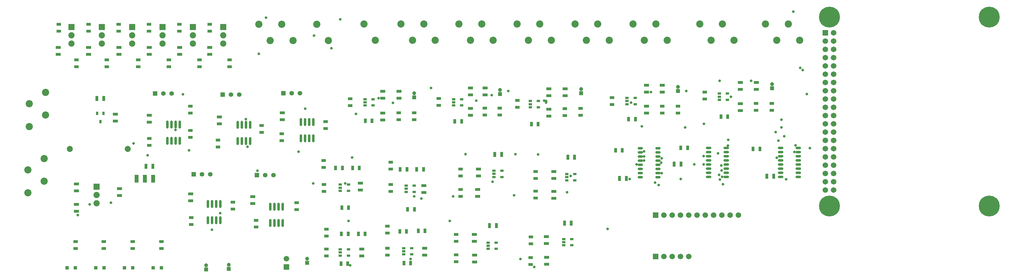
<source format=gbr>
G04 EAGLE Gerber RS-274X export*
G75*
%MOMM*%
%FSLAX34Y34*%
%LPD*%
%INSoldermask Top*%
%IPPOS*%
%AMOC8*
5,1,8,0,0,1.08239X$1,22.5*%
G01*
%ADD10C,6.403200*%
%ADD11R,1.270000X2.362200*%
%ADD12C,0.803200*%
%ADD13C,1.703200*%
%ADD14R,1.703200X1.703200*%
%ADD15R,1.403200X1.403200*%
%ADD16C,1.403200*%
%ADD17R,1.453200X0.903200*%
%ADD18C,2.203200*%
%ADD19R,1.903200X1.903200*%
%ADD20C,1.903200*%
%ADD21R,0.803200X1.103200*%
%ADD22R,0.903200X1.453200*%
%ADD23R,1.016000X1.016000*%
%ADD24R,1.203200X1.203200*%
%ADD25C,1.203200*%
%ADD26R,1.103200X0.803200*%
%ADD27C,1.853200*%
%ADD28R,1.553200X0.953200*%
%ADD29R,0.953200X1.553200*%
%ADD30C,0.803200*%


D10*
X2522474Y811462D03*
X2522474Y231462D03*
X3012474Y231462D03*
X3012474Y811462D03*
D11*
X447040Y314960D03*
X421640Y314960D03*
X396240Y314960D03*
D12*
X2200550Y321310D02*
X2209550Y321310D01*
X2209550Y334010D02*
X2200550Y334010D01*
X2200550Y346710D02*
X2209550Y346710D01*
X2209550Y359410D02*
X2200550Y359410D01*
X2200550Y372110D02*
X2209550Y372110D01*
X2209550Y384810D02*
X2200550Y384810D01*
X2200550Y397510D02*
X2209550Y397510D01*
X2209550Y410210D02*
X2200550Y410210D01*
X2155550Y410210D02*
X2146550Y410210D01*
X2146550Y397510D02*
X2155550Y397510D01*
X2155550Y384810D02*
X2146550Y384810D01*
X2146550Y372110D02*
X2155550Y372110D01*
X2155550Y359410D02*
X2146550Y359410D01*
X2146550Y346710D02*
X2155550Y346710D01*
X2155550Y334010D02*
X2146550Y334010D01*
X2146550Y321310D02*
X2155550Y321310D01*
X2421530Y321310D02*
X2430530Y321310D01*
X2430530Y334010D02*
X2421530Y334010D01*
X2421530Y346710D02*
X2430530Y346710D01*
X2430530Y359410D02*
X2421530Y359410D01*
X2421530Y372110D02*
X2430530Y372110D01*
X2430530Y384810D02*
X2421530Y384810D01*
X2421530Y397510D02*
X2430530Y397510D01*
X2430530Y410210D02*
X2421530Y410210D01*
X2376530Y410210D02*
X2367530Y410210D01*
X2367530Y397510D02*
X2376530Y397510D01*
X2376530Y384810D02*
X2367530Y384810D01*
X2367530Y372110D02*
X2376530Y372110D01*
X2376530Y359410D02*
X2367530Y359410D01*
X2367530Y346710D02*
X2376530Y346710D01*
X2376530Y334010D02*
X2367530Y334010D01*
X2367530Y321310D02*
X2376530Y321310D01*
D13*
X2535174Y762762D03*
D14*
X2509774Y762762D03*
D13*
X2535174Y737362D03*
X2509774Y737362D03*
X2535174Y711962D03*
X2509774Y711962D03*
X2535174Y686562D03*
X2509774Y686562D03*
X2535174Y661162D03*
X2509774Y661162D03*
X2535174Y635762D03*
X2509774Y635762D03*
X2535174Y610362D03*
X2509774Y610362D03*
X2535174Y584962D03*
X2509774Y584962D03*
X2535174Y559562D03*
X2509774Y559562D03*
X2535174Y534162D03*
X2509774Y534162D03*
X2535174Y508762D03*
X2509774Y508762D03*
X2535174Y483362D03*
X2509774Y483362D03*
X2535174Y457962D03*
X2509774Y457962D03*
X2535174Y432562D03*
X2509774Y432562D03*
X2535174Y407162D03*
X2509774Y407162D03*
X2535174Y381762D03*
X2509774Y381762D03*
X2535174Y356362D03*
X2509774Y356362D03*
X2535174Y330962D03*
X2509774Y330962D03*
X2535174Y305562D03*
X2509774Y305562D03*
X2535174Y280162D03*
X2509774Y280162D03*
D12*
X2000000Y320675D02*
X1991000Y320675D01*
X1991000Y333375D02*
X2000000Y333375D01*
X2000000Y346075D02*
X1991000Y346075D01*
X1991000Y358775D02*
X2000000Y358775D01*
X2000000Y371475D02*
X1991000Y371475D01*
X1991000Y384175D02*
X2000000Y384175D01*
X2000000Y396875D02*
X1991000Y396875D01*
X1991000Y409575D02*
X2000000Y409575D01*
X1946000Y409575D02*
X1937000Y409575D01*
X1937000Y396875D02*
X1946000Y396875D01*
X1946000Y384175D02*
X1937000Y384175D01*
X1937000Y371475D02*
X1946000Y371475D01*
X1946000Y358775D02*
X1937000Y358775D01*
X1937000Y346075D02*
X1946000Y346075D01*
X1946000Y333375D02*
X1937000Y333375D01*
X1937000Y320675D02*
X1946000Y320675D01*
D14*
X1988820Y76200D03*
D13*
X2014220Y76200D03*
X2039620Y76200D03*
X2065020Y76200D03*
X2090420Y76200D03*
D14*
X1988820Y203200D03*
D13*
X2014220Y203200D03*
X2039620Y203200D03*
X2065020Y203200D03*
X2090420Y203200D03*
X2115820Y203200D03*
X2141220Y203200D03*
X2166620Y203200D03*
X2192020Y203200D03*
X2217420Y203200D03*
X2242820Y203200D03*
D15*
X765810Y325920D03*
D16*
X791210Y325920D03*
X816610Y325920D03*
D15*
X571500Y328930D03*
D16*
X596900Y328930D03*
X622300Y328930D03*
D15*
X847090Y577850D03*
D16*
X872490Y577850D03*
X897890Y577850D03*
D15*
X660400Y573240D03*
D16*
X685800Y573240D03*
X711200Y573240D03*
D17*
X384810Y122260D03*
X384810Y101260D03*
D18*
X63030Y272340D03*
X113030Y307340D03*
X63030Y342340D03*
X113030Y377340D03*
X771450Y789140D03*
X806450Y739140D03*
X841450Y789140D03*
X876450Y739140D03*
X66840Y475540D03*
X116840Y510540D03*
X66840Y545540D03*
X116840Y580540D03*
D19*
X273860Y290830D03*
D20*
X273860Y265430D03*
X273860Y240030D03*
D18*
X1919380Y790410D03*
X1954380Y740410D03*
X1989380Y790410D03*
X2024380Y740410D03*
D15*
X453390Y576580D03*
D16*
X478790Y576580D03*
X504190Y576580D03*
D17*
X561340Y516550D03*
X561340Y537550D03*
X887730Y241780D03*
X887730Y220780D03*
X692150Y242910D03*
X692150Y221910D03*
X976630Y490560D03*
X976630Y469560D03*
X779780Y478940D03*
X779780Y457940D03*
X561340Y463280D03*
X561340Y442281D03*
X762576Y187830D03*
X762576Y166830D03*
X563880Y195920D03*
X563880Y174920D03*
X842010Y453070D03*
X842010Y432070D03*
X646430Y433880D03*
X646430Y412880D03*
X435610Y438490D03*
X435610Y417490D03*
D18*
X949410Y789140D03*
X984410Y739140D03*
D21*
X294590Y515620D03*
X275590Y515620D03*
X285090Y490620D03*
D17*
X1606550Y136230D03*
X1606550Y115230D03*
X1605280Y72730D03*
X1605280Y51730D03*
X1620520Y336890D03*
X1620520Y315890D03*
X1620520Y277200D03*
X1620520Y256200D03*
X1376680Y143850D03*
X1376680Y122850D03*
X1376680Y81620D03*
X1376680Y60620D03*
X1390650Y344510D03*
X1390650Y323510D03*
X1390650Y282280D03*
X1390650Y261280D03*
D22*
X1044280Y54610D03*
X1023280Y54610D03*
X1237320Y55880D03*
X1216320Y55880D03*
X1045550Y146050D03*
X1024550Y146050D03*
X1224620Y153670D03*
X1203620Y153670D03*
D17*
X979170Y78400D03*
X979170Y99400D03*
X979170Y160360D03*
X979170Y139360D03*
X1165860Y80940D03*
X1165860Y101940D03*
X1165860Y169590D03*
X1165860Y148590D03*
D22*
X1097620Y146050D03*
X1076620Y146050D03*
X1281430Y154940D03*
X1260430Y154940D03*
X1248750Y220980D03*
X1227750Y220980D03*
X1046820Y226060D03*
X1025820Y226060D03*
X1225890Y344170D03*
X1204890Y344170D03*
X1027770Y347980D03*
X1006770Y347980D03*
D17*
X1176020Y276520D03*
X1176020Y297520D03*
X1176020Y366100D03*
X1176020Y345100D03*
X971550Y276520D03*
X971550Y297520D03*
X970280Y371180D03*
X970280Y350180D03*
D22*
X1276690Y344170D03*
X1255690Y344170D03*
X1079840Y347980D03*
X1058840Y347980D03*
D17*
X209550Y101260D03*
X209550Y122260D03*
X472440Y122260D03*
X472440Y101260D03*
X295910Y101260D03*
X295910Y122260D03*
X2139950Y559730D03*
X2139950Y580730D03*
D22*
X2210140Y505460D03*
X2189140Y505460D03*
D17*
X2296890Y546330D03*
X2296890Y525330D03*
X2345150Y525330D03*
X2345150Y546330D03*
X1855130Y543220D03*
X1855130Y564220D03*
D22*
X1926930Y497840D03*
X1905930Y497840D03*
D17*
X1564300Y534330D03*
X1564300Y555330D03*
X2008800Y538050D03*
X2008800Y517050D03*
X2057060Y517050D03*
X2057060Y538050D03*
D22*
X1628480Y482600D03*
X1607480Y482600D03*
D17*
X1710690Y529930D03*
X1710690Y508930D03*
X1758950Y510200D03*
X1758950Y531200D03*
X1323340Y540680D03*
X1323340Y561680D03*
X1051560Y539410D03*
X1051560Y560410D03*
D22*
X1393530Y491490D03*
X1372530Y491490D03*
D17*
X1464619Y531700D03*
X1464619Y510700D03*
X1510210Y510700D03*
X1510210Y531700D03*
D22*
X1118870Y492760D03*
X1097870Y492760D03*
D17*
X1200459Y517230D03*
X1200459Y496230D03*
X1248070Y496230D03*
X1248070Y517230D03*
X620530Y789010D03*
X620530Y768010D03*
X527566Y789010D03*
X527566Y768010D03*
X434602Y789010D03*
X434602Y768010D03*
X681990Y659130D03*
X681990Y680130D03*
X589280Y659130D03*
X589280Y680130D03*
X495300Y659130D03*
X495300Y680130D03*
X341638Y789010D03*
X341638Y768010D03*
X248674Y789010D03*
X248674Y768010D03*
X157480Y789010D03*
X157480Y768010D03*
X401320Y659130D03*
X401320Y680130D03*
X304800Y659130D03*
X304800Y680130D03*
X212090Y659130D03*
X212090Y680130D03*
D22*
X2308946Y406400D03*
X2287946Y406400D03*
X2086950Y410210D03*
X2065950Y410210D03*
X1886798Y402336D03*
X1865798Y402336D03*
D19*
X662480Y781050D03*
D20*
X662480Y755650D03*
X662480Y730250D03*
D19*
X569262Y781050D03*
D20*
X569262Y755650D03*
X569262Y730250D03*
D19*
X476044Y781050D03*
D20*
X476044Y755650D03*
X476044Y730250D03*
D19*
X382826Y781050D03*
D20*
X382826Y755650D03*
X382826Y730250D03*
D19*
X289608Y781050D03*
D20*
X289608Y755650D03*
X289608Y730250D03*
D19*
X196390Y781050D03*
D20*
X196390Y755650D03*
X196390Y730250D03*
D18*
X1741420Y790410D03*
X1776420Y740410D03*
X1811420Y790410D03*
X1846420Y740410D03*
X1563460Y790410D03*
X1598460Y740410D03*
X1633460Y790410D03*
X1668460Y740410D03*
D14*
X855980Y44450D03*
D13*
X855980Y69850D03*
D23*
X182880Y41910D03*
X208280Y41910D03*
X447040Y41910D03*
X472440Y41910D03*
X358987Y41910D03*
X384387Y41910D03*
X270933Y41910D03*
X296333Y41910D03*
D24*
X2345900Y592729D03*
D25*
X2345900Y605429D03*
D24*
X2057810Y584449D03*
D25*
X2057810Y597149D03*
D24*
X1759880Y577850D03*
D25*
X1759880Y590550D03*
D24*
X1510960Y575310D03*
D25*
X1510960Y588010D03*
D24*
X1248410Y565150D03*
D25*
X1248410Y577850D03*
D24*
X919140Y57150D03*
D25*
X919140Y69850D03*
D24*
X679450Y38100D03*
D25*
X679450Y50800D03*
D18*
X1385500Y790410D03*
X1420500Y740410D03*
X1455500Y790410D03*
X1490500Y740410D03*
X1207540Y790410D03*
X1242540Y740410D03*
X1277540Y790410D03*
X1312540Y740410D03*
X1094030Y790410D03*
X1129030Y740410D03*
D24*
X609600Y36830D03*
D25*
X609600Y49530D03*
D26*
X1706880Y130150D03*
X1706880Y120650D03*
X1706880Y111150D03*
X1731880Y111150D03*
X1731880Y130150D03*
X1715970Y329540D03*
X1715970Y320040D03*
X1715970Y310540D03*
X1740970Y310540D03*
X1740970Y329540D03*
X1474670Y119060D03*
X1474670Y109560D03*
X1474670Y100060D03*
X1499670Y100060D03*
X1499670Y119060D03*
X1492450Y339700D03*
X1492450Y330200D03*
X1492450Y320700D03*
X1517450Y320700D03*
X1517450Y339700D03*
X1021280Y98400D03*
X1021280Y88900D03*
X1021280Y79400D03*
X1046280Y79400D03*
X1046280Y98400D03*
X1215590Y102210D03*
X1215590Y92710D03*
X1215590Y83210D03*
X1240590Y83210D03*
X1240590Y102210D03*
X1223210Y293980D03*
X1223210Y284480D03*
X1223210Y274980D03*
X1248210Y274980D03*
X1248210Y293980D03*
X1021480Y297180D03*
X1021480Y287680D03*
X1021480Y278180D03*
X1046480Y278180D03*
X1046480Y297180D03*
D12*
X806450Y187970D02*
X806450Y170970D01*
X819150Y170970D02*
X819150Y187970D01*
X831850Y187970D02*
X831850Y170970D01*
X844550Y170970D02*
X844550Y187970D01*
X844550Y220970D02*
X844550Y237970D01*
X831850Y237970D02*
X831850Y220970D01*
X819150Y220970D02*
X819150Y237970D01*
X806450Y237970D02*
X806450Y220970D01*
X614680Y196860D02*
X614680Y179860D01*
X627380Y179860D02*
X627380Y196860D01*
X640080Y196860D02*
X640080Y179860D01*
X652780Y179860D02*
X652780Y196860D01*
X652780Y229860D02*
X652780Y246860D01*
X640080Y246860D02*
X640080Y229860D01*
X627380Y229860D02*
X627380Y246860D01*
X614680Y246860D02*
X614680Y229860D01*
X900430Y431320D02*
X900430Y448320D01*
X913130Y448320D02*
X913130Y431320D01*
X925830Y431320D02*
X925830Y448320D01*
X938530Y448320D02*
X938530Y431320D01*
X938530Y481320D02*
X938530Y498320D01*
X925830Y498320D02*
X925830Y481320D01*
X913130Y481320D02*
X913130Y498320D01*
X900430Y498320D02*
X900430Y481320D01*
X706120Y439900D02*
X706120Y422900D01*
X718820Y422900D02*
X718820Y439900D01*
X731520Y439900D02*
X731520Y422900D01*
X744220Y422900D02*
X744220Y439900D01*
X744220Y472900D02*
X744220Y489900D01*
X731520Y489900D02*
X731520Y472900D01*
X718820Y472900D02*
X718820Y489900D01*
X706120Y489900D02*
X706120Y472900D01*
X490220Y440700D02*
X490220Y423700D01*
X502920Y423700D02*
X502920Y440700D01*
X515620Y440700D02*
X515620Y423700D01*
X528320Y423700D02*
X528320Y440700D01*
X528320Y473700D02*
X528320Y490700D01*
X515620Y490700D02*
X515620Y473700D01*
X502920Y473700D02*
X502920Y490700D01*
X490220Y490700D02*
X490220Y473700D01*
D26*
X2184060Y576580D03*
X2184060Y567080D03*
X2184060Y557580D03*
X2209060Y557580D03*
X2209060Y576580D03*
X1901050Y563220D03*
X1901050Y553720D03*
X1901050Y544220D03*
X1926050Y544220D03*
X1926050Y563220D03*
X1604070Y553720D03*
X1604070Y544220D03*
X1604070Y534720D03*
X1629070Y534720D03*
X1629070Y553720D03*
X1368920Y559410D03*
X1368920Y549910D03*
X1368920Y540410D03*
X1393920Y540410D03*
X1393920Y559410D03*
X1097140Y559410D03*
X1097140Y549910D03*
X1097140Y540410D03*
X1122140Y540410D03*
X1122140Y559410D03*
D27*
X191770Y406400D03*
X369570Y406400D03*
D28*
X621030Y717890D03*
X621030Y696890D03*
X528066Y717890D03*
X528066Y696890D03*
X435102Y717890D03*
X435102Y696890D03*
X342138Y717890D03*
X342138Y696890D03*
X249174Y717890D03*
X249174Y696890D03*
X156210Y717890D03*
X156210Y696890D03*
X1653540Y137500D03*
X1653540Y116500D03*
X1654810Y53000D03*
X1654810Y74000D03*
X1676400Y336890D03*
X1676400Y315890D03*
X1676400Y254930D03*
X1676400Y275930D03*
D29*
X1730080Y179070D03*
X1709080Y179070D03*
X1740240Y381000D03*
X1719240Y381000D03*
D28*
X1432560Y143850D03*
X1432560Y122850D03*
X1433830Y59350D03*
X1433830Y80350D03*
X1445260Y344510D03*
X1445260Y323510D03*
X1442720Y260940D03*
X1442720Y281940D03*
D29*
X1500210Y171450D03*
X1479210Y171450D03*
X1516380Y389890D03*
X1495380Y389890D03*
D28*
X1087120Y99400D03*
X1087120Y78400D03*
X1280160Y101940D03*
X1280160Y80940D03*
X1277620Y293710D03*
X1277620Y272710D03*
X1083310Y301330D03*
X1083310Y280330D03*
D29*
X295590Y561540D03*
X274590Y561540D03*
D28*
X330810Y513620D03*
X330810Y492620D03*
D29*
X446110Y353060D03*
X425110Y353060D03*
D28*
X344170Y263820D03*
X344170Y284820D03*
X212090Y277790D03*
X212090Y298790D03*
X212090Y215560D03*
X212090Y236560D03*
X753110Y238970D03*
X753110Y259970D03*
X562296Y247860D03*
X562296Y268860D03*
X843594Y496350D03*
X843594Y517350D03*
X435610Y488610D03*
X435610Y509610D03*
X650240Y484000D03*
X650240Y505000D03*
X2297511Y589600D03*
X2297511Y610600D03*
X2248630Y589600D03*
X2248630Y610600D03*
X2248630Y524830D03*
X2248630Y545830D03*
X2009421Y581320D03*
X2009421Y602320D03*
X1960540Y581320D03*
X1960540Y602320D03*
X1710971Y569890D03*
X1710971Y590890D03*
X1960540Y516550D03*
X1960540Y537550D03*
X1660820Y569890D03*
X1660820Y590890D03*
X1660820Y507660D03*
X1660820Y528660D03*
X1465240Y572430D03*
X1465240Y593430D03*
X1201080Y562610D03*
X1201080Y583610D03*
X1420790Y572430D03*
X1420790Y593430D03*
X1151550Y562610D03*
X1151550Y583610D03*
X1420790Y510200D03*
X1420790Y531200D03*
X1151550Y495730D03*
X1151550Y516730D03*
D29*
X2350856Y322834D03*
X2329856Y322834D03*
X2066798Y360172D03*
X2045798Y360172D03*
X1899244Y315722D03*
X1878244Y315722D03*
D18*
X2325930Y790410D03*
X2360930Y740410D03*
X2395930Y790410D03*
X2430930Y740410D03*
X2124000Y790410D03*
X2159000Y740410D03*
X2194000Y790410D03*
X2229000Y740410D03*
D30*
X1646936Y554736D03*
X1438570Y554736D03*
X1183132Y548386D03*
X1652778Y553720D03*
X1138682Y562610D03*
X1069594Y514096D03*
X1652778Y548894D03*
X1913636Y548894D03*
X1974088Y581320D03*
X2219600Y566420D03*
X766826Y339598D03*
X1488440Y306324D03*
X429816Y387398D03*
X386588Y423418D03*
X1841246Y161290D03*
X2136648Y483362D03*
X2389378Y313182D03*
X2414524Y397510D03*
X1021080Y804418D03*
X2366010Y432054D03*
X1299464Y593852D03*
X736854Y413766D03*
X731520Y497840D03*
X993648Y716026D03*
X627380Y158496D03*
X937768Y301244D03*
X652526Y209296D03*
X1036066Y300736D03*
X893572Y397978D03*
X2383790Y445516D03*
X2135886Y384556D03*
X1953006Y371475D03*
X2107692Y359410D03*
X1930146Y359410D03*
X2135886Y359410D03*
X2360676Y379222D03*
X2462276Y409448D03*
X1057910Y380492D03*
X1997964Y295910D03*
X2211832Y434594D03*
X2007362Y377746D03*
X2192528Y321310D03*
X1554226Y264160D03*
X1248210Y261280D03*
X1367442Y261280D03*
X2195830Y298450D03*
X1558544Y390906D03*
X2191258Y340868D03*
X1716786Y273558D03*
X2440178Y648462D03*
X2374900Y496062D03*
X2374900Y472948D03*
X2079498Y472948D03*
X1953006Y384175D03*
X771450Y698500D03*
X1728470Y323342D03*
X2190750Y355854D03*
X1909064Y314452D03*
X2066290Y314452D03*
X913638Y530098D03*
X2007362Y332232D03*
X1628480Y390058D03*
X2180590Y393192D03*
X1051560Y49276D03*
X1615948Y44196D03*
X2452878Y575564D03*
X557530Y402844D03*
X515620Y465328D03*
X538226Y574040D03*
X2185670Y615696D03*
X2281682Y615696D03*
X941070Y754380D03*
X2410956Y828548D03*
X1237320Y68834D03*
X1574292Y68834D03*
X2183638Y326898D03*
X2006092Y364490D03*
X1946148Y475828D03*
X1953006Y398780D03*
X2418334Y417322D03*
X2432558Y655828D03*
X2186329Y313079D03*
X1046820Y185928D03*
X1357376Y185928D03*
X1405382Y390652D03*
X1987550Y303784D03*
X2210562Y417068D03*
X2357120Y457962D03*
X792988Y810006D03*
X252390Y236560D03*
X317500Y241300D03*
X215900Y203200D03*
X1270000Y254000D03*
X1485900Y571500D03*
X1536700Y584200D03*
X2082800Y584200D03*
M02*

</source>
